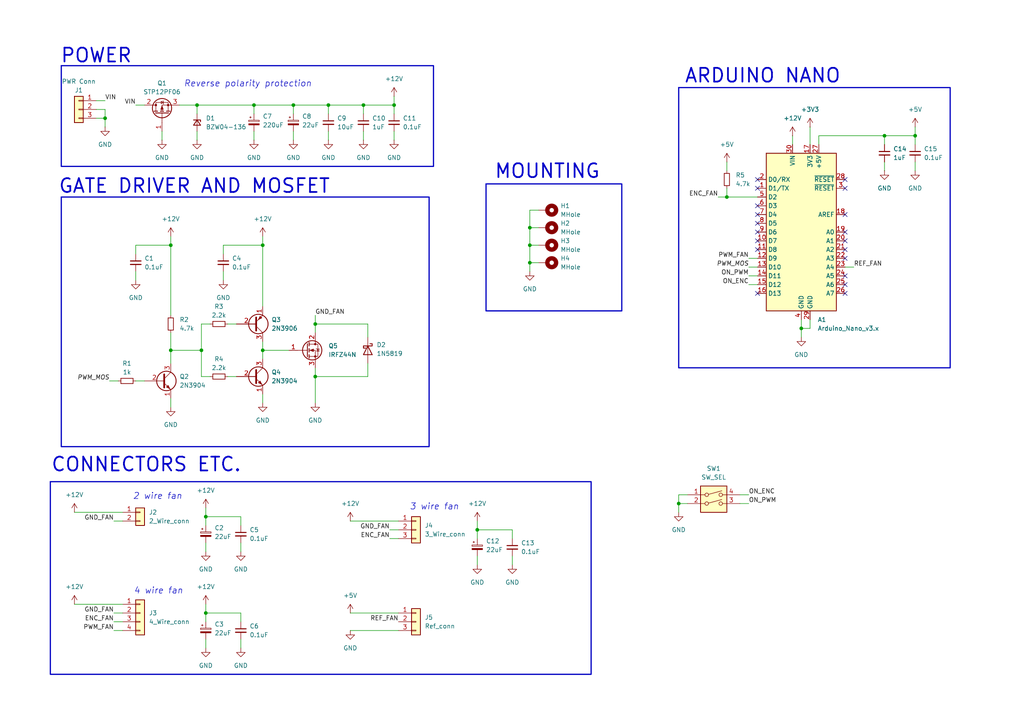
<source format=kicad_sch>
(kicad_sch (version 20231120) (generator "eeschema") (generator_version "8.0")
  (paper "A4")
  (lib_symbols
    (symbol "Connector_Generic:Conn_01x02" (pin_names (offset 1.016) hide)
      (property "Reference" "J" (at 0 2.54 0))
      (property "Value" "Conn_01x02" (at 0 -5.08 0))
      (symbol "Conn_01x02_1_1"
        (rectangle (start -1.27 -2.413) (end 0 -2.667) (stroke (width 0.1524)))
        (rectangle (start -1.27 0.127) (end 0 -0.127) (stroke (width 0.1524)))
        (rectangle (start -1.27 1.27) (end 1.27 -3.81) (stroke (width 0.254)) (fill (type background)))
        (pin passive line (at -5.08 0 0) (length 3.81) (name "Pin_1") (number "1"))
        (pin passive line (at -5.08 -2.54 0) (length 3.81) (name "Pin_2") (number "2"))
      )
    )
    (symbol "Connector_Generic:Conn_01x03" (pin_names (offset 1.016) hide)
      (property "Reference" "J" (at 0 5.08 0))
      (property "Value" "Conn_01x03" (at 0 -5.08 0))
      (symbol "Conn_01x03_1_1"
        (rectangle (start -1.27 -2.413) (end 0 -2.667) (stroke (width 0.1524)))
        (rectangle (start -1.27 0.127) (end 0 -0.127) (stroke (width 0.1524)))
        (rectangle (start -1.27 2.667) (end 0 2.413) (stroke (width 0.1524)))
        (rectangle (start -1.27 3.81) (end 1.27 -3.81) (stroke (width 0.254)) (fill (type background)))
        (pin passive line (at -5.08 2.54 0) (length 3.81) (name "Pin_1") (number "1"))
        (pin passive line (at -5.08 0 0) (length 3.81) (name "Pin_2") (number "2"))
        (pin passive line (at -5.08 -2.54 0) (length 3.81) (name "Pin_3") (number "3"))
      )
    )
    (symbol "Connector_Generic:Conn_01x04" (pin_names (offset 1.016) hide)
      (property "Reference" "J" (at 0 5.08 0))
      (property "Value" "Conn_01x04" (at 0 -7.62 0))
      (symbol "Conn_01x04_1_1"
        (rectangle (start -1.27 -4.953) (end 0 -5.207) (stroke (width 0.1524)))
        (rectangle (start -1.27 -2.413) (end 0 -2.667) (stroke (width 0.1524)))
        (rectangle (start -1.27 0.127) (end 0 -0.127) (stroke (width 0.1524)))
        (rectangle (start -1.27 2.667) (end 0 2.413) (stroke (width 0.1524)))
        (rectangle (start -1.27 3.81) (end 1.27 -6.35) (stroke (width 0.254)) (fill (type background)))
        (pin passive line (at -5.08 2.54 0) (length 3.81) (name "Pin_1") (number "1"))
        (pin passive line (at -5.08 0 0) (length 3.81) (name "Pin_2") (number "2"))
        (pin passive line (at -5.08 -2.54 0) (length 3.81) (name "Pin_3") (number "3"))
        (pin passive line (at -5.08 -5.08 0) (length 3.81) (name "Pin_4") (number "4"))
      )
    )
    (symbol "Device:C_Polarized_Small" (pin_numbers hide) (pin_names (offset 0.254) hide)
      (property "Reference" "C" (at 0.254 1.778 0))
      (property "Value" "C_Polarized_Small" (at 0.254 -2.032 0))
      (symbol "C_Polarized_Small_0_1"
        (rectangle (start -1.524 -0.3048) (end 1.524 -0.6858) (fill (type outline)))
        (rectangle (start -1.524 0.6858) (end 1.524 0.3048))
        (polyline (pts (xy -1.27 1.524) (xy -0.762 1.524)))
        (polyline (pts (xy -1.016 1.27) (xy -1.016 1.778)))
      )
      (symbol "C_Polarized_Small_1_1"
        (pin passive line (at 0 2.54 270) (length 1.8542) (name "~") (number "1"))
        (pin passive line (at 0 -2.54 90) (length 1.8542) (name "~") (number "2"))
      )
    )
    (symbol "Device:C_Small" (pin_numbers hide) (pin_names (offset 0.254) hide)
      (property "Reference" "C" (at 0.254 1.778 0))
      (property "Value" "C_Small" (at 0.254 -2.032 0))
      (symbol "C_Small_0_1"
        (polyline (pts (xy -1.524 -0.508) (xy 1.524 -0.508)) (stroke (width 0.3302)))
        (polyline (pts (xy -1.524 0.508) (xy 1.524 0.508)) (stroke (width 0.3048)))
      )
      (symbol "C_Small_1_1"
        (pin passive line (at 0 2.54 270) (length 2.032) (name "~") (number "1"))
        (pin passive line (at 0 -2.54 90) (length 2.032) (name "~") (number "2"))
      )
    )
    (symbol "Device:D_Zener_Small" (pin_numbers hide) (pin_names (offset 0.254) hide)
      (property "Reference" "D" (at 0 2.286 0))
      (property "Value" "D_Zener_Small" (at 0 -2.286 0))
      (symbol "D_Zener_Small_0_1"
        (polyline (pts (xy 0.762 0) (xy -0.762 0)))
        (polyline (pts (xy -0.254 1.016) (xy -0.762 1.016) (xy -0.762 -1.016)) (stroke (width 0.254)))
        (polyline (pts (xy 0.762 1.016) (xy -0.762 0) (xy 0.762 -1.016) (xy 0.762 1.016)) (stroke (width 0.254)))
      )
      (symbol "D_Zener_Small_1_1"
        (pin passive line (at -2.54 0 0) (length 1.778) (name "K") (number "1"))
        (pin passive line (at 2.54 0 180) (length 1.778) (name "A") (number "2"))
      )
    )
    (symbol "Device:Q_NMOS_GDS" (pin_names (offset 0) hide)
      (property "Reference" "Q" (at 5.08 1.27 0))
      (property "Value" "Q_NMOS_GDS" (at 5.08 -1.27 0))
      (symbol "Q_NMOS_GDS_0_1"
        (polyline (pts (xy 0.254 0) (xy -2.54 0)))
        (polyline (pts (xy 0.254 1.905) (xy 0.254 -1.905)) (stroke (width 0.254)))
        (polyline (pts (xy 0.762 -1.27) (xy 0.762 -2.286)) (stroke (width 0.254)))
        (polyline (pts (xy 0.762 0.508) (xy 0.762 -0.508)) (stroke (width 0.254)))
        (polyline (pts (xy 0.762 2.286) (xy 0.762 1.27)) (stroke (width 0.254)))
        (polyline (pts (xy 2.54 2.54) (xy 2.54 1.778)))
        (polyline (pts (xy 2.54 -2.54) (xy 2.54 0) (xy 0.762 0)))
        (polyline (pts (xy 0.762 -1.778) (xy 3.302 -1.778) (xy 3.302 1.778) (xy 0.762 1.778)))
        (polyline (pts (xy 1.016 0) (xy 2.032 0.381) (xy 2.032 -0.381) (xy 1.016 0)) (fill (type outline)))
        (polyline (pts (xy 2.794 0.508) (xy 2.921 0.381) (xy 3.683 0.381) (xy 3.81 0.254)))
        (polyline (pts (xy 3.302 0.381) (xy 2.921 -0.254) (xy 3.683 -0.254) (xy 3.302 0.381)))
        (circle (center 1.651 0) (radius 2.794) (stroke (width 0.254)))
        (circle (center 2.54 -1.778) (radius 0.254) (fill (type outline)))
        (circle (center 2.54 1.778) (radius 0.254) (fill (type outline)))
      )
      (symbol "Q_NMOS_GDS_1_1"
        (pin input line (at -5.08 0 0) (length 2.54) (name "G") (number "1"))
        (pin passive line (at 2.54 5.08 270) (length 2.54) (name "D") (number "2"))
        (pin passive line (at 2.54 -5.08 90) (length 2.54) (name "S") (number "3"))
      )
    )
    (symbol "Device:Q_PMOS_GDS" (pin_names (offset 0) hide)
      (property "Reference" "Q" (at 5.08 1.27 0))
      (property "Value" "Q_PMOS_GDS" (at 5.08 -1.27 0))
      (symbol "Q_PMOS_GDS_0_1"
        (polyline (pts (xy 0.254 0) (xy -2.54 0)))
        (polyline (pts (xy 0.254 1.905) (xy 0.254 -1.905)) (stroke (width 0.254)))
        (polyline (pts (xy 0.762 -1.27) (xy 0.762 -2.286)) (stroke (width 0.254)))
        (polyline (pts (xy 0.762 0.508) (xy 0.762 -0.508)) (stroke (width 0.254)))
        (polyline (pts (xy 0.762 2.286) (xy 0.762 1.27)) (stroke (width 0.254)))
        (polyline (pts (xy 2.54 2.54) (xy 2.54 1.778)))
        (polyline (pts (xy 2.54 -2.54) (xy 2.54 0) (xy 0.762 0)))
        (polyline (pts (xy 0.762 1.778) (xy 3.302 1.778) (xy 3.302 -1.778) (xy 0.762 -1.778)))
        (polyline (pts (xy 2.286 0) (xy 1.27 0.381) (xy 1.27 -0.381) (xy 2.286 0)) (fill (type outline)))
        (polyline (pts (xy 2.794 -0.508) (xy 2.921 -0.381) (xy 3.683 -0.381) (xy 3.81 -0.254)))
        (polyline (pts (xy 3.302 -0.381) (xy 2.921 0.254) (xy 3.683 0.254) (xy 3.302 -0.381)))
        (circle (center 1.651 0) (radius 2.794) (stroke (width 0.254)))
        (circle (center 2.54 -1.778) (radius 0.254) (fill (type outline)))
        (circle (center 2.54 1.778) (radius 0.254) (fill (type outline)))
      )
      (symbol "Q_PMOS_GDS_1_1"
        (pin input line (at -5.08 0 0) (length 2.54) (name "G") (number "1"))
        (pin passive line (at 2.54 5.08 270) (length 2.54) (name "D") (number "2"))
        (pin passive line (at 2.54 -5.08 90) (length 2.54) (name "S") (number "3"))
      )
    )
    (symbol "Device:R_Small" (pin_numbers hide) (pin_names (offset 0.254) hide)
      (property "Reference" "R" (at 0.762 0.508 0))
      (property "Value" "R_Small" (at 0.762 -1.016 0))
      (symbol "R_Small_0_1"
        (rectangle (start -0.762 1.778) (end 0.762 -1.778) (stroke (width 0.2032)))
      )
      (symbol "R_Small_1_1"
        (pin passive line (at 0 2.54 270) (length 0.762) (name "~") (number "1"))
        (pin passive line (at 0 -2.54 90) (length 0.762) (name "~") (number "2"))
      )
    )
    (symbol "Diode:1N5819" (pin_numbers hide) (pin_names (offset 1.016) hide)
      (property "Reference" "D" (at 0 2.54 0))
      (property "Value" "1N5819" (at 0 -2.54 0))
      (symbol "1N5819_0_1"
        (polyline (pts (xy 1.27 0) (xy -1.27 0)))
        (polyline (pts (xy 1.27 1.27) (xy 1.27 -1.27) (xy -1.27 0) (xy 1.27 1.27)) (stroke (width 0.254)))
        (polyline (pts (xy -1.905 0.635) (xy -1.905 1.27) (xy -1.27 1.27) (xy -1.27 -1.27) (xy -0.635 -1.27) (xy -0.635 -0.635)) (stroke (width 0.254)))
      )
      (symbol "1N5819_1_1"
        (pin passive line (at -3.81 0 0) (length 2.54) (name "K") (number "1"))
        (pin passive line (at 3.81 0 180) (length 2.54) (name "A") (number "2"))
      )
    )
    (symbol "MCU_Module:Arduino_Nano_v3.x"
      (property "Reference" "A" (at -10.16 23.495 0))
      (property "Value" "Arduino_Nano_v3.x" (at 5.08 -24.13 0))
      (symbol "Arduino_Nano_v3.x_0_1"
        (rectangle (start -10.16 22.86) (end 10.16 -22.86) (stroke (width 0.254)) (fill (type background)))
      )
      (symbol "Arduino_Nano_v3.x_1_1"
        (pin bidirectional line (at -12.7 12.7 0) (length 2.54) (name "D1/TX") (number "1"))
        (pin bidirectional line (at -12.7 -2.54 0) (length 2.54) (name "D7") (number "10"))
        (pin bidirectional line (at -12.7 -5.08 0) (length 2.54) (name "D8") (number "11"))
        (pin bidirectional line (at -12.7 -7.62 0) (length 2.54) (name "D9") (number "12"))
        (pin bidirectional line (at -12.7 -10.16 0) (length 2.54) (name "D10") (number "13"))
        (pin bidirectional line (at -12.7 -12.7 0) (length 2.54) (name "D11") (number "14"))
        (pin bidirectional line (at -12.7 -15.24 0) (length 2.54) (name "D12") (number "15"))
        (pin bidirectional line (at -12.7 -17.78 0) (length 2.54) (name "D13") (number "16"))
        (pin power_out line (at 2.54 25.4 270) (length 2.54) (name "3V3") (number "17"))
        (pin input line (at 12.7 5.08 180) (length 2.54) (name "AREF") (number "18"))
        (pin bidirectional line (at 12.7 0 180) (length 2.54) (name "A0") (number "19"))
        (pin bidirectional line (at -12.7 15.24 0) (length 2.54) (name "D0/RX") (number "2"))
        (pin bidirectional line (at 12.7 -2.54 180) (length 2.54) (name "A1") (number "20"))
        (pin bidirectional line (at 12.7 -5.08 180) (length 2.54) (name "A2") (number "21"))
        (pin bidirectional line (at 12.7 -7.62 180) (length 2.54) (name "A3") (number "22"))
        (pin bidirectional line (at 12.7 -10.16 180) (length 2.54) (name "A4") (number "23"))
        (pin bidirectional line (at 12.7 -12.7 180) (length 2.54) (name "A5") (number "24"))
        (pin bidirectional line (at 12.7 -15.24 180) (length 2.54) (name "A6") (number "25"))
        (pin bidirectional line (at 12.7 -17.78 180) (length 2.54) (name "A7") (number "26"))
        (pin power_out line (at 5.08 25.4 270) (length 2.54) (name "+5V") (number "27"))
        (pin input line (at 12.7 15.24 180) (length 2.54) (name "~{RESET}") (number "28"))
        (pin power_in line (at 2.54 -25.4 90) (length 2.54) (name "GND") (number "29"))
        (pin input line (at 12.7 12.7 180) (length 2.54) (name "~{RESET}") (number "3"))
        (pin power_in line (at -2.54 25.4 270) (length 2.54) (name "VIN") (number "30"))
        (pin power_in line (at 0 -25.4 90) (length 2.54) (name "GND") (number "4"))
        (pin bidirectional line (at -12.7 10.16 0) (length 2.54) (name "D2") (number "5"))
        (pin bidirectional line (at -12.7 7.62 0) (length 2.54) (name "D3") (number "6"))
        (pin bidirectional line (at -12.7 5.08 0) (length 2.54) (name "D4") (number "7"))
        (pin bidirectional line (at -12.7 2.54 0) (length 2.54) (name "D5") (number "8"))
        (pin bidirectional line (at -12.7 0 0) (length 2.54) (name "D6") (number "9"))
      )
    )
    (symbol "Mechanical:MountingHole_Pad" (pin_numbers hide) (pin_names (offset 1.016) hide) (exclude_from_sim yes) (in_bom no)
      (property "Reference" "H" (at 0 6.35 0))
      (property "Value" "MountingHole_Pad" (at 0 4.445 0))
      (symbol "MountingHole_Pad_0_1"
        (circle (center 0 1.27) (radius 1.27) (stroke (width 1.27)))
      )
      (symbol "MountingHole_Pad_1_1"
        (pin input line (at 0 -2.54 90) (length 2.54) (name "1") (number "1"))
      )
    )
    (symbol "Switch:SW_DIP_x02" (pin_names (offset 0) hide)
      (property "Reference" "SW" (at 0 6.35 0))
      (property "Value" "SW_DIP_x02" (at 0 -3.81 0))
      (symbol "SW_DIP_x02_0_0"
        (circle (center -2.032 0) (radius 0.508))
        (circle (center -2.032 2.54) (radius 0.508))
        (polyline (pts (xy -1.524 0.127) (xy 2.3622 1.1684)))
        (polyline (pts (xy -1.524 2.667) (xy 2.3622 3.7084)))
        (circle (center 2.032 0) (radius 0.508))
        (circle (center 2.032 2.54) (radius 0.508))
      )
      (symbol "SW_DIP_x02_0_1"
        (rectangle (start -3.81 5.08) (end 3.81 -2.54) (stroke (width 0.254)) (fill (type background)))
      )
      (symbol "SW_DIP_x02_1_1"
        (pin passive line (at -7.62 2.54 0) (length 5.08) (name "~") (number "1"))
        (pin passive line (at -7.62 0 0) (length 5.08) (name "~") (number "2"))
        (pin passive line (at 7.62 0 180) (length 5.08) (name "~") (number "3"))
        (pin passive line (at 7.62 2.54 180) (length 5.08) (name "~") (number "4"))
      )
    )
    (symbol "Transistor_BJT:2N3904" (pin_names (offset 0) hide)
      (property "Reference" "Q" (at 5.08 1.905 0))
      (property "Value" "2N3904" (at 5.08 0 0))
      (symbol "2N3904_0_1"
        (polyline (pts (xy 0.635 0.635) (xy 2.54 2.54)))
        (polyline (pts (xy 0.635 -0.635) (xy 2.54 -2.54) (xy 2.54 -2.54)))
        (polyline (pts (xy 0.635 1.905) (xy 0.635 -1.905) (xy 0.635 -1.905)) (stroke (width 0.508)))
        (polyline (pts (xy 1.27 -1.778) (xy 1.778 -1.27) (xy 2.286 -2.286) (xy 1.27 -1.778) (xy 1.27 -1.778)) (fill (type outline)))
        (circle (center 1.27 0) (radius 2.8194) (stroke (width 0.254)))
      )
      (symbol "2N3904_1_1"
        (pin passive line (at 2.54 -5.08 90) (length 2.54) (name "E") (number "1"))
        (pin passive line (at -5.08 0 0) (length 5.715) (name "B") (number "2"))
        (pin passive line (at 2.54 5.08 270) (length 2.54) (name "C") (number "3"))
      )
    )
    (symbol "Transistor_BJT:2N3906" (pin_names (offset 0) hide)
      (property "Reference" "Q" (at 5.08 1.905 0))
      (property "Value" "2N3906" (at 5.08 0 0))
      (symbol "2N3906_0_1"
        (polyline (pts (xy 0.635 0.635) (xy 2.54 2.54)))
        (polyline (pts (xy 0.635 -0.635) (xy 2.54 -2.54) (xy 2.54 -2.54)))
        (polyline (pts (xy 0.635 1.905) (xy 0.635 -1.905) (xy 0.635 -1.905)) (stroke (width 0.508)))
        (polyline (pts (xy 2.286 -1.778) (xy 1.778 -2.286) (xy 1.27 -1.27) (xy 2.286 -1.778) (xy 2.286 -1.778)) (fill (type outline)))
        (circle (center 1.27 0) (radius 2.8194) (stroke (width 0.254)))
      )
      (symbol "2N3906_1_1"
        (pin passive line (at 2.54 -5.08 90) (length 2.54) (name "E") (number "1"))
        (pin input line (at -5.08 0 0) (length 5.715) (name "B") (number "2"))
        (pin passive line (at 2.54 5.08 270) (length 2.54) (name "C") (number "3"))
      )
    )
    (symbol "power:+12V" (power) (pin_numbers hide) (pin_names (offset 0) hide)
      (property "Value" "+12V" (at 0 3.556 0))
      (symbol "+12V_0_1"
        (polyline (pts (xy -0.762 1.27) (xy 0 2.54)))
        (polyline (pts (xy 0 0) (xy 0 2.54)))
        (polyline (pts (xy 0 2.54) (xy 0.762 1.27)))
      )
      (symbol "+12V_1_1"
        (pin power_in line (at 0 0 90) (length 0) (name "~") (number "1"))
      )
    )
    (symbol "power:+3V3" (power) (pin_numbers hide) (pin_names (offset 0) hide)
      (property "Value" "+3V3" (at 0 3.556 0))
      (symbol "+3V3_0_1"
        (polyline (pts (xy -0.762 1.27) (xy 0 2.54)))
        (polyline (pts (xy 0 0) (xy 0 2.54)))
        (polyline (pts (xy 0 2.54) (xy 0.762 1.27)))
      )
      (symbol "+3V3_1_1"
        (pin power_in line (at 0 0 90) (length 0) (name "~") (number "1"))
      )
    )
    (symbol "power:+5V" (power) (pin_numbers hide) (pin_names (offset 0) hide)
      (property "Value" "+5V" (at 0 3.556 0))
      (symbol "+5V_0_1"
        (polyline (pts (xy -0.762 1.27) (xy 0 2.54)))
        (polyline (pts (xy 0 0) (xy 0 2.54)))
        (polyline (pts (xy 0 2.54) (xy 0.762 1.27)))
      )
      (symbol "+5V_1_1"
        (pin power_in line (at 0 0 90) (length 0) (name "~") (number "1"))
      )
    )
    (symbol "power:GND" (power) (pin_numbers hide) (pin_names (offset 0) hide)
      (property "Value" "GND" (at 0 -3.81 0))
      (symbol "GND_0_1"
        (polyline (pts (xy 0 0) (xy 0 -1.27) (xy 1.27 -1.27) (xy 0 -2.54) (xy -1.27 -1.27) (xy 0 -1.27)))
      )
      (symbol "GND_1_1"
        (pin power_in line (at 0 0 270) (length 0) (name "~") (number "1"))
      )
    )
  )
  (junction (at 30.48 34.29))
  (junction (at 49.53 71.12))
  (junction (at 59.69 149.86))
  (junction (at 85.09 30.48))
  (junction (at 73.66 30.48))
  (junction (at 91.44 109.22))
  (junction (at 49.53 101.6))
  (junction (at 58.42 101.6))
  (junction (at 153.67 76.2))
  (junction (at 210.82 57.15))
  (junction (at 95.25 30.48))
  (junction (at 91.44 93.98))
  (junction (at 105.41 30.48))
  (junction (at 59.69 177.8))
  (junction (at 265.43 39.37))
  (junction (at 114.3 30.48))
  (junction (at 256.54 39.37))
  (junction (at 153.67 66.04))
  (junction (at 153.67 71.12))
  (junction (at 232.41 95.25))
  (junction (at 138.43 153.67))
  (junction (at 76.2 71.12))
  (junction (at 76.2 101.6))
  (junction (at 196.85 146.05))
  (junction (at 57.15 30.48))
  (no_connect (at 245.11 67.31))
  (no_connect (at 245.11 72.39))
  (no_connect (at 245.11 52.07))
  (no_connect (at 219.71 85.09))
  (no_connect (at 245.11 80.01))
  (no_connect (at 245.11 69.85))
  (no_connect (at 219.71 59.69))
  (no_connect (at 245.11 74.93))
  (no_connect (at 219.71 52.07))
  (no_connect (at 245.11 85.09))
  (no_connect (at 245.11 54.61))
  (no_connect (at 219.71 69.85))
  (no_connect (at 245.11 62.23))
  (no_connect (at 219.71 64.77))
  (no_connect (at 245.11 82.55))
  (no_connect (at 219.71 67.31))
  (no_connect (at 219.71 54.61))
  (no_connect (at 219.71 72.39))
  (no_connect (at 219.71 62.23))
  (wire (pts (xy 49.53 115.57) (xy 49.53 118.11)))
  (wire (pts (xy 106.68 105.41) (xy 106.68 109.22)))
  (wire (pts (xy 234.95 92.71) (xy 234.95 95.25)))
  (wire (pts (xy 214.63 146.05) (xy 217.17 146.05)))
  (wire (pts (xy 66.04 93.98) (xy 68.58 93.98)))
  (wire (pts (xy 57.15 30.48) (xy 73.66 30.48)))
  (wire (pts (xy 85.09 30.48) (xy 95.25 30.48)))
  (wire (pts (xy 30.48 31.75) (xy 30.48 34.29)))
  (wire (pts (xy 27.94 29.21) (xy 30.48 29.21)))
  (wire (pts (xy 58.42 101.6) (xy 58.42 109.22)))
  (wire (pts (xy 52.07 30.48) (xy 57.15 30.48)))
  (wire (pts (xy 59.69 177.8) (xy 59.69 180.34)))
  (wire (pts (xy 64.77 78.74) (xy 64.77 81.28)))
  (wire (pts (xy 113.03 156.21) (xy 115.57 156.21)))
  (wire (pts (xy 265.43 39.37) (xy 265.43 41.91)))
  (wire (pts (xy 153.67 76.2) (xy 156.21 76.2)))
  (wire (pts (xy 85.09 30.48) (xy 85.09 33.02)))
  (wire (pts (xy 196.85 146.05) (xy 199.39 146.05)))
  (wire (pts (xy 105.41 30.48) (xy 105.41 33.02)))
  (wire (pts (xy 76.2 99.06) (xy 76.2 101.6)))
  (wire (pts (xy 21.59 148.59) (xy 35.56 148.59)))
  (wire (pts (xy 153.67 71.12) (xy 153.67 76.2)))
  (wire (pts (xy 208.28 57.15) (xy 210.82 57.15)))
  (wire (pts (xy 60.96 93.98) (xy 58.42 93.98)))
  (wire (pts (xy 101.6 182.88) (xy 115.57 182.88)))
  (wire (pts (xy 76.2 101.6) (xy 76.2 104.14)))
  (wire (pts (xy 39.37 30.48) (xy 41.91 30.48)))
  (wire (pts (xy 39.37 78.74) (xy 39.37 81.28)))
  (wire (pts (xy 210.82 54.61) (xy 210.82 57.15)))
  (wire (pts (xy 76.2 71.12) (xy 76.2 88.9)))
  (wire (pts (xy 153.67 66.04) (xy 153.67 71.12)))
  (wire (pts (xy 33.02 180.34) (xy 35.56 180.34)))
  (wire (pts (xy 73.66 33.02) (xy 73.66 30.48)))
  (wire (pts (xy 234.95 95.25) (xy 232.41 95.25)))
  (wire (pts (xy 219.71 57.15) (xy 210.82 57.15)))
  (wire (pts (xy 199.39 143.51) (xy 196.85 143.51)))
  (wire (pts (xy 73.66 30.48) (xy 85.09 30.48)))
  (wire (pts (xy 219.71 80.01) (xy 217.17 80.01)))
  (wire (pts (xy 95.25 30.48) (xy 105.41 30.48)))
  (wire (pts (xy 138.43 153.67) (xy 148.59 153.67)))
  (wire (pts (xy 217.17 77.47) (xy 219.71 77.47)))
  (wire (pts (xy 57.15 38.1) (xy 57.15 40.64)))
  (wire (pts (xy 95.25 30.48) (xy 95.25 33.02)))
  (wire (pts (xy 49.53 101.6) (xy 58.42 101.6)))
  (wire (pts (xy 60.96 109.22) (xy 58.42 109.22)))
  (wire (pts (xy 31.75 110.49) (xy 34.29 110.49)))
  (wire (pts (xy 30.48 34.29) (xy 27.94 34.29)))
  (wire (pts (xy 101.6 151.13) (xy 115.57 151.13)))
  (wire (pts (xy 156.21 60.96) (xy 153.67 60.96)))
  (wire (pts (xy 30.48 36.83) (xy 30.48 34.29)))
  (wire (pts (xy 69.85 152.4) (xy 69.85 149.86)))
  (wire (pts (xy 33.02 182.88) (xy 35.56 182.88)))
  (wire (pts (xy 57.15 30.48) (xy 57.15 33.02)))
  (wire (pts (xy 114.3 38.1) (xy 114.3 40.64)))
  (wire (pts (xy 106.68 93.98) (xy 91.44 93.98)))
  (wire (pts (xy 85.09 38.1) (xy 85.09 40.64)))
  (wire (pts (xy 138.43 161.29) (xy 138.43 163.83)))
  (wire (pts (xy 59.69 175.26) (xy 59.69 177.8)))
  (wire (pts (xy 33.02 151.13) (xy 35.56 151.13)))
  (wire (pts (xy 114.3 27.94) (xy 114.3 30.48)))
  (wire (pts (xy 39.37 71.12) (xy 49.53 71.12)))
  (wire (pts (xy 229.87 39.37) (xy 229.87 41.91)))
  (wire (pts (xy 91.44 109.22) (xy 91.44 116.84)))
  (wire (pts (xy 21.59 175.26) (xy 35.56 175.26)))
  (wire (pts (xy 59.69 147.32) (xy 59.69 149.86)))
  (wire (pts (xy 33.02 177.8) (xy 35.56 177.8)))
  (wire (pts (xy 237.49 39.37) (xy 256.54 39.37)))
  (wire (pts (xy 113.03 153.67) (xy 115.57 153.67)))
  (wire (pts (xy 106.68 93.98) (xy 106.68 97.79)))
  (wire (pts (xy 39.37 73.66) (xy 39.37 71.12)))
  (wire (pts (xy 256.54 46.99) (xy 256.54 49.53)))
  (wire (pts (xy 232.41 95.25) (xy 232.41 97.79)))
  (wire (pts (xy 153.67 76.2) (xy 153.67 78.74)))
  (wire (pts (xy 156.21 66.04) (xy 153.67 66.04)))
  (wire (pts (xy 256.54 39.37) (xy 265.43 39.37)))
  (wire (pts (xy 196.85 148.59) (xy 196.85 146.05)))
  (wire (pts (xy 265.43 36.83) (xy 265.43 39.37)))
  (wire (pts (xy 46.99 38.1) (xy 46.99 40.64)))
  (wire (pts (xy 210.82 46.99) (xy 210.82 49.53)))
  (wire (pts (xy 237.49 39.37) (xy 237.49 41.91)))
  (wire (pts (xy 105.41 38.1) (xy 105.41 40.64)))
  (wire (pts (xy 91.44 109.22) (xy 106.68 109.22)))
  (wire (pts (xy 39.37 110.49) (xy 41.91 110.49)))
  (wire (pts (xy 69.85 185.42) (xy 69.85 187.96)))
  (wire (pts (xy 59.69 185.42) (xy 59.69 187.96)))
  (wire (pts (xy 76.2 101.6) (xy 83.82 101.6)))
  (wire (pts (xy 234.95 36.83) (xy 234.95 41.91)))
  (wire (pts (xy 49.53 68.58) (xy 49.53 71.12)))
  (wire (pts (xy 219.71 82.55) (xy 217.17 82.55)))
  (wire (pts (xy 66.04 109.22) (xy 68.58 109.22)))
  (wire (pts (xy 138.43 153.67) (xy 138.43 156.21)))
  (wire (pts (xy 265.43 46.99) (xy 265.43 49.53)))
  (wire (pts (xy 114.3 30.48) (xy 114.3 33.02)))
  (wire (pts (xy 156.21 71.12) (xy 153.67 71.12)))
  (wire (pts (xy 232.41 92.71) (xy 232.41 95.25)))
  (wire (pts (xy 59.69 177.8) (xy 69.85 177.8)))
  (wire (pts (xy 76.2 71.12) (xy 64.77 71.12)))
  (wire (pts (xy 27.94 31.75) (xy 30.48 31.75)))
  (wire (pts (xy 76.2 68.58) (xy 76.2 71.12)))
  (wire (pts (xy 245.11 77.47) (xy 247.65 77.47)))
  (wire (pts (xy 153.67 60.96) (xy 153.67 66.04)))
  (wire (pts (xy 196.85 143.51) (xy 196.85 146.05)))
  (wire (pts (xy 49.53 71.12) (xy 49.53 91.44)))
  (wire (pts (xy 105.41 30.48) (xy 114.3 30.48)))
  (wire (pts (xy 73.66 38.1) (xy 73.66 40.64)))
  (wire (pts (xy 76.2 114.3) (xy 76.2 116.84)))
  (wire (pts (xy 101.6 177.8) (xy 115.57 177.8)))
  (wire (pts (xy 95.25 38.1) (xy 95.25 40.64)))
  (wire (pts (xy 59.69 149.86) (xy 59.69 152.4)))
  (wire (pts (xy 59.69 157.48) (xy 59.69 160.02)))
  (wire (pts (xy 256.54 39.37) (xy 256.54 41.91)))
  (wire (pts (xy 49.53 101.6) (xy 49.53 105.41)))
  (wire (pts (xy 214.63 143.51) (xy 217.17 143.51)))
  (wire (pts (xy 148.59 161.29) (xy 148.59 163.83)))
  (wire (pts (xy 49.53 96.52) (xy 49.53 101.6)))
  (wire (pts (xy 91.44 93.98) (xy 91.44 96.52)))
  (wire (pts (xy 58.42 93.98) (xy 58.42 101.6)))
  (wire (pts (xy 69.85 180.34) (xy 69.85 177.8)))
  (wire (pts (xy 59.69 149.86) (xy 69.85 149.86)))
  (wire (pts (xy 69.85 157.48) (xy 69.85 160.02)))
  (wire (pts (xy 91.44 91.44) (xy 91.44 93.98)))
  (wire (pts (xy 91.44 106.68) (xy 91.44 109.22)))
  (wire (pts (xy 217.17 74.93) (xy 219.71 74.93)))
  (wire (pts (xy 148.59 156.21) (xy 148.59 153.67)))
  (wire (pts (xy 138.43 151.13) (xy 138.43 153.67)))
  (wire (pts (xy 64.77 71.12) (xy 64.77 73.66)))
  (rectangle (start 17.78 19.05) (end 125.73 48.26) (stroke (width 0.35)))
  (rectangle (start 14.605 139.7) (end 171.45 195.58) (stroke (width 0.35)))
  (rectangle (start 196.85 25.4) (end 275.59 106.68) (stroke (width 0.35)))
  (rectangle (start 140.97 53.34) (end 180.34 90.17) (stroke (width 0.35)))
  (rectangle (start 17.78 57.15) (end 124.46 129.54) (stroke (width 0.35)))
  (text "4 wire fan" (at 45.974 171.45 0) (effects (font (size 1.8 1.8) (italic yes))))
  (text "CONNECTORS ETC." (at 42.418 134.874 0) (effects (font (size 4 4) (thickness 0.5))))
  (text "3 wire fan" (at 125.984 147.066 0) (effects (font (size 1.8 1.8) (italic yes))))
  (text "2 wire fan" (at 45.72 144.018 0) (effects (font (size 1.8 1.8) (italic yes))))
  (text "ARDUINO NANO" (at 221.234 22.098 0) (effects (font (size 4 4) (thickness 0.5))))
  (text "POWER" (at 27.94 16.256 0) (effects (font (size 4 4) (thickness 0.5))))
  (text "GATE DRIVER AND MOSFET" (at 56.388 54.102 0) (effects (font (size 4 4) (thickness 0.5))))
  (text "MOUNTING" (at 158.75 49.784 0) (effects (font (size 4 4) (thickness 0.5))))
  (text "Reverse polarity protection" (at 71.882 24.384 0) (effects (font (size 1.8 1.8) (italic yes))))
  (label "ENC_FAN" (at 33.02 180.34 180))
  (label "ON_PWM" (at 217.17 80.01 180))
  (label "VIN" (at 30.48 29.21 0))
  (label "VIN" (at 39.37 30.48 180))
  (label "REF_FAN" (at 247.65 77.47 0))
  (label "ON_PWM" (at 217.17 146.05 0))
  (label "PWM_FAN" (at 33.02 182.88 180))
  (label "ON_ENC" (at 217.17 82.55 180))
  (label "ENC_FAN" (at 208.28 57.15 180))
  (label "ON_ENC" (at 217.17 143.51 0))
  (label "GND_FAN" (at 33.02 151.13 180))
  (label "GND_FAN" (at 91.44 91.44 0))
  (label "PWM_MOS" (at 217.17 77.47 180) (effects (font (italic yes))))
  (label "PWM_MOS" (at 31.75 110.49 180) (effects (font (italic yes))))
  (label "GND_FAN" (at 33.02 177.8 180))
  (label "GND_FAN" (at 113.03 153.67 180))
  (label "REF_FAN" (at 115.57 180.34 180))
  (label "ENC_FAN" (at 113.03 156.21 180))
  (label "PWM_FAN" (at 217.17 74.93 180))
  (symbol (lib_id "power:GND") (at 95.25 40.64 0) (unit 1)
    (property "Reference" "#PWR021" (effects (hide yes)))
    (property "Value" "GND" (at 95.25 45.72 0))
    (property "Description" "Power symbol creates a global label with name \"GND\" , ground" (effects (hide yes)))
  )
  (symbol (lib_id "power:GND") (at 46.99 40.64 0) (unit 1)
    (property "Reference" "#PWR05" (effects (hide yes)))
    (property "Value" "GND" (at 46.99 45.72 0))
    (property "Description" "Power symbol creates a global label with name \"GND\" , ground" (effects (hide yes)))
  )
  (symbol (lib_id "power:GND") (at 57.15 40.64 0) (unit 1)
    (property "Reference" "#PWR08" (effects (hide yes)))
    (property "Value" "GND" (at 57.15 45.72 0))
    (property "Description" "Power symbol creates a global label with name \"GND\" , ground" (effects (hide yes)))
  )
  (symbol (lib_id "Device:C_Small") (at 256.54 44.45 0) (unit 1)
    (property "Reference" "C14" (at 259.08 43.1862 0) (effects (justify left)))
    (property "Value" "1uF" (at 259.08 45.7262 0) (effects (justify left)))
    (property "Footprint" "Capacitor_THT:C_Disc_D5.0mm_W2.5mm_P5.00mm" (effects (hide yes)))
    (property "Description" "Unpolarized capacitor, small symbol" (effects (hide yes)))
  )
  (symbol (lib_id "Device:C_Small") (at 64.77 76.2 0) (unit 1)
    (property "Reference" "C4" (at 67.31 74.9362 0) (effects (justify left)))
    (property "Value" "0.1uF" (at 67.31 77.4762 0) (effects (justify left)))
    (property "Footprint" "Capacitor_THT:C_Disc_D5.0mm_W2.5mm_P5.00mm" (effects (hide yes)))
    (property "Description" "Unpolarized capacitor, small symbol" (effects (hide yes)))
  )
  (symbol (lib_id "Mechanical:MountingHole_Pad") (at 158.75 71.12 270) (unit 1) (exclude_from_sim yes) (in_bom no)
    (property "Reference" "H3" (at 162.56 69.8499 90) (effects (justify left)))
    (property "Value" "MHole" (at 162.56 72.3899 90) (effects (justify left)))
    (property "Footprint" "MountingHole:MountingHole_3.2mm_M3_Pad_Via" (effects (hide yes)))
    (property "Description" "Mounting Hole with connection" (effects (hide yes)))
  )
  (symbol (lib_id "power:GND") (at 91.44 116.84 0) (unit 1)
    (property "Reference" "#PWR020" (effects (hide yes)))
    (property "Value" "GND" (at 91.44 121.92 0))
    (property "Description" "Power symbol creates a global label with name \"GND\" , ground" (effects (hide yes)))
  )
  (symbol (lib_id "Transistor_BJT:2N3906") (at 73.66 93.98 0) (mirror x) (unit 1)
    (property "Reference" "Q3" (at 78.74 92.7099 0) (effects (justify left)))
    (property "Value" "2N3906" (at 78.74 95.2499 0) (effects (justify left)))
    (property "Footprint" "Package_TO_SOT_THT:TO-92_Inline" (effects (hide yes)))
    (property "Datasheet" "https://www.onsemi.com/pub/Collateral/2N3906-D.PDF" (effects (hide yes)))
    (property "Description" "-0.2A Ic, -40V Vce, Small Signal PNP Transistor, TO-92" (effects (hide yes)))
  )
  (symbol (lib_id "Device:R_Small") (at 210.82 52.07 0) (unit 1)
    (property "Reference" "R5" (at 213.36 50.7999 0) (effects (justify left)))
    (property "Value" "4.7k" (at 213.36 53.3399 0) (effects (justify left)))
    (property "Footprint" "Resistor_THT:R_Axial_DIN0207_L6.3mm_D2.5mm_P10.16mm_Horizontal" (effects (hide yes)))
    (property "Description" "Resistor, small symbol" (effects (hide yes)))
  )
  (symbol (lib_id "Device:Q_NMOS_GDS") (at 88.9 101.6 0) (unit 1)
    (property "Reference" "Q5" (at 95.25 100.3299 0) (effects (justify left)))
    (property "Value" "IRFZ44N" (at 95.25 102.8699 0) (effects (justify left)))
    (property "Footprint" "Package_TO_SOT_THT:TO-220-3_Vertical" (effects (hide yes)))
    (property "Description" "N-MOSFET transistor, gate/drain/source" (effects (hide yes)))
  )
  (symbol (lib_id "power:GND") (at 39.37 81.28 0) (unit 1)
    (property "Reference" "#PWR04" (effects (hide yes)))
    (property "Value" "GND" (at 39.37 86.36 0))
    (property "Description" "Power symbol creates a global label with name \"GND\" , ground" (effects (hide yes)))
  )
  (symbol (lib_id "power:GND") (at 59.69 187.96 0) (unit 1)
    (property "Reference" "#PWR012" (effects (hide yes)))
    (property "Value" "GND" (at 59.69 193.04 0))
    (property "Description" "Power symbol creates a global label with name \"GND\" , ground" (effects (hide yes)))
  )
  (symbol (lib_id "Diode:1N5819") (at 106.68 101.6 270) (unit 1)
    (property "Reference" "D2" (at 109.22 100.0124 90) (effects (justify left)))
    (property "Value" "1N5819" (at 109.22 102.5524 90) (effects (justify left)))
    (property "Footprint" "Diode_THT:D_DO-41_SOD81_P10.16mm_Horizontal" (effects (hide yes)))
    (property "Datasheet" "http://www.vishay.com/docs/88525/1n5817.pdf" (effects (hide yes)))
    (property "Description" "40V 1A Schottky Barrier Rectifier Diode, DO-41" (effects (hide yes)))
  )
  (symbol (lib_id "power:+5V") (at 101.6 177.8 0) (unit 1)
    (property "Reference" "#PWR023" (effects (hide yes)))
    (property "Value" "+5V" (at 101.6 172.72 0))
    (property "Description" "Power symbol creates a global label with name \"+5V\"" (effects (hide yes)))
  )
  (symbol (lib_id "Connector_Generic:Conn_01x02") (at 40.64 148.59 0) (unit 1)
    (property "Reference" "J2" (at 43.18 148.5899 0) (effects (justify left)))
    (property "Value" "2_Wire_conn" (at 43.18 151.1299 0) (effects (justify left)))
    (property "Footprint" "Connector_JST:JST_XH_B2B-XH-A_1x02_P2.50mm_Vertical" (effects (hide yes)))
    (property "Description" "Generic connector, single row, 01x02, script generated (kicad-library-utils/schlib/autogen/connector/)" (effects (hide yes)))
  )
  (symbol (lib_id "Mechanical:MountingHole_Pad") (at 158.75 76.2 270) (unit 1) (exclude_from_sim yes) (in_bom no)
    (property "Reference" "H4" (at 162.56 74.9299 90) (effects (justify left)))
    (property "Value" "MHole" (at 162.56 77.4699 90) (effects (justify left)))
    (property "Footprint" "MountingHole:MountingHole_3.2mm_M3_Pad_Via" (effects (hide yes)))
    (property "Description" "Mounting Hole with connection" (effects (hide yes)))
  )
  (symbol (lib_id "power:GND") (at 232.41 97.79 0) (unit 1)
    (property "Reference" "#PWR034" (effects (hide yes)))
    (property "Value" "GND" (at 232.41 102.87 0))
    (property "Description" "Power symbol creates a global label with name \"GND\" , ground" (effects (hide yes)))
  )
  (symbol (lib_id "power:GND") (at 69.85 160.02 0) (unit 1)
    (property "Reference" "#PWR014" (effects (hide yes)))
    (property "Value" "GND" (at 69.85 165.1 0))
    (property "Description" "Power symbol creates a global label with name \"GND\" , ground" (effects (hide yes)))
  )
  (symbol (lib_id "Device:R_Small") (at 49.53 93.98 0) (unit 1)
    (property "Reference" "R2" (at 52.07 92.7099 0) (effects (justify left)))
    (property "Value" "4.7k" (at 52.07 95.2499 0) (effects (justify left)))
    (property "Footprint" "Resistor_THT:R_Axial_DIN0207_L6.3mm_D2.5mm_P10.16mm_Horizontal" (effects (hide yes)))
    (property "Description" "Resistor, small symbol" (effects (hide yes)))
  )
  (symbol (lib_id "Mechanical:MountingHole_Pad") (at 158.75 66.04 270) (unit 1) (exclude_from_sim yes) (in_bom no)
    (property "Reference" "H2" (at 162.56 64.7699 90) (effects (justify left)))
    (property "Value" "MHole" (at 162.56 67.3099 90) (effects (justify left)))
    (property "Footprint" "MountingHole:MountingHole_3.2mm_M3_Pad_Via" (effects (hide yes)))
    (property "Description" "Mounting Hole with connection" (effects (hide yes)))
  )
  (symbol (lib_id "MCU_Module:Arduino_Nano_v3.x") (at 232.41 67.31 0) (unit 1)
    (property "Reference" "A1" (at 237.1441 92.71 0) (effects (justify left)))
    (property "Value" "Arduino_Nano_v3.x" (at 237.1441 95.25 0) (effects (justify left)))
    (property "Footprint" "Module:Arduino_Nano" (effects (hide yes)))
    (property "Datasheet" "http://www.mouser.com/pdfdocs/Gravitech_Arduino_Nano3_0.pdf" (effects (hide yes)))
    (property "Description" "Arduino Nano v3.x" (effects (hide yes)))
  )
  (symbol (lib_id "power:GND") (at 105.41 40.64 0) (unit 1)
    (property "Reference" "#PWR025" (effects (hide yes)))
    (property "Value" "GND" (at 105.41 45.72 0))
    (property "Description" "Power symbol creates a global label with name \"GND\" , ground" (effects (hide yes)))
  )
  (symbol (lib_id "Device:D_Zener_Small") (at 57.15 35.56 270) (unit 1)
    (property "Reference" "D1" (at 59.69 34.2899 90) (effects (justify left)))
    (property "Value" "BZW04-136" (at 59.69 36.8299 90) (effects (justify left)))
    (property "Footprint" "Diode_THT:D_DO-15_P10.16mm_Horizontal" (effects (hide yes)))
    (property "Description" "Zener diode, small symbol" (effects (hide yes)))
  )
  (symbol (lib_id "power:+12V") (at 76.2 68.58 0) (unit 1)
    (property "Reference" "#PWR017" (effects (hide yes)))
    (property "Value" "+12V" (at 76.2 63.5 0))
    (property "Description" "Power symbol creates a global label with name \"+12V\"" (effects (hide yes)))
  )
  (symbol (lib_id "power:GND") (at 85.09 40.64 0) (unit 1)
    (property "Reference" "#PWR019" (effects (hide yes)))
    (property "Value" "GND" (at 85.09 45.72 0))
    (property "Description" "Power symbol creates a global label with name \"GND\" , ground" (effects (hide yes)))
  )
  (symbol (lib_id "power:+12V") (at 49.53 68.58 0) (unit 1)
    (property "Reference" "#PWR06" (effects (hide yes)))
    (property "Value" "+12V" (at 49.53 63.5 0))
    (property "Description" "Power symbol creates a global label with name \"+12V\"" (effects (hide yes)))
  )
  (symbol (lib_id "power:+12V") (at 229.87 39.37 0) (unit 1)
    (property "Reference" "#PWR033" (effects (hide yes)))
    (property "Value" "+12V" (at 229.87 34.29 0))
    (property "Description" "Power symbol creates a global label with name \"+12V\"" (effects (hide yes)))
  )
  (symbol (lib_id "power:+12V") (at 59.69 147.32 0) (unit 1)
    (property "Reference" "#PWR09" (effects (hide yes)))
    (property "Value" "+12V" (at 59.69 142.24 0))
    (property "Description" "Power symbol creates a global label with name \"+12V\"" (effects (hide yes)))
  )
  (symbol (lib_id "power:GND") (at 49.53 118.11 0) (unit 1)
    (property "Reference" "#PWR07" (effects (hide yes)))
    (property "Value" "GND" (at 49.53 123.19 0))
    (property "Description" "Power symbol creates a global label with name \"GND\" , ground" (effects (hide yes)))
  )
  (symbol (lib_id "power:+5V") (at 210.82 46.99 0) (unit 1)
    (property "Reference" "#PWR032" (effects (hide yes)))
    (property "Value" "+5V" (at 210.82 41.91 0))
    (property "Description" "Power symbol creates a global label with name \"+5V\"" (effects (hide yes)))
  )
  (symbol (lib_id "Device:C_Small") (at 105.41 35.56 0) (unit 1)
    (property "Reference" "C10" (at 107.95 34.2962 0) (effects (justify left)))
    (property "Value" "1uF" (at 107.95 36.8362 0) (effects (justify left)))
    (property "Footprint" "Capacitor_THT:C_Disc_D5.0mm_W2.5mm_P5.00mm" (effects (hide yes)))
    (property "Description" "Unpolarized capacitor, small symbol" (effects (hide yes)))
  )
  (symbol (lib_id "Mechanical:MountingHole_Pad") (at 158.75 60.96 270) (unit 1) (exclude_from_sim yes) (in_bom no)
    (property "Reference" "H1" (at 162.56 59.6899 90) (effects (justify left)))
    (property "Value" "MHole" (at 162.56 62.2299 90) (effects (justify left)))
    (property "Footprint" "MountingHole:MountingHole_3.2mm_M3_Pad_Via" (effects (hide yes)))
    (property "Description" "Mounting Hole with connection" (effects (hide yes)))
  )
  (symbol (lib_id "power:+3V3") (at 234.95 36.83 0) (unit 1)
    (property "Reference" "#PWR035" (effects (hide yes)))
    (property "Value" "+3V3" (at 234.95 31.75 0))
    (property "Description" "Power symbol creates a global label with name \"+3V3\"" (effects (hide yes)))
  )
  (symbol (lib_id "power:+12V") (at 138.43 151.13 0) (unit 1)
    (property "Reference" "#PWR028" (effects (hide yes)))
    (property "Value" "+12V" (at 138.43 146.05 0))
    (property "Description" "Power symbol creates a global label with name \"+12V\"" (effects (hide yes)))
  )
  (symbol (lib_id "power:GND") (at 73.66 40.64 0) (unit 1)
    (property "Reference" "#PWR016" (effects (hide yes)))
    (property "Value" "GND" (at 73.66 45.72 0))
    (property "Description" "Power symbol creates a global label with name \"GND\" , ground" (effects (hide yes)))
  )
  (symbol (lib_id "power:GND") (at 148.59 163.83 0) (unit 1)
    (property "Reference" "#PWR030" (effects (hide yes)))
    (property "Value" "GND" (at 148.59 168.91 0))
    (property "Description" "Power symbol creates a global label with name \"GND\" , ground" (effects (hide yes)))
  )
  (symbol (lib_id "power:GND") (at 138.43 163.83 0) (unit 1)
    (property "Reference" "#PWR029" (effects (hide yes)))
    (property "Value" "GND" (at 138.43 168.91 0))
    (property "Description" "Power symbol creates a global label with name \"GND\" , ground" (effects (hide yes)))
  )
  (symbol (lib_id "Device:Q_PMOS_GDS") (at 46.99 33.02 90) (unit 1)
    (property "Reference" "Q1" (at 46.99 24.13 90))
    (property "Value" "STP12PF06" (at 46.99 26.67 90))
    (property "Footprint" "Package_TO_SOT_THT:TO-220-3_Vertical" (effects (hide yes)))
    (property "Description" "P-MOSFET transistor, gate/drain/source" (effects (hide yes)))
  )
  (symbol (lib_id "power:GND") (at 101.6 182.88 0) (unit 1)
    (property "Reference" "#PWR024" (effects (hide yes)))
    (property "Value" "GND" (at 101.6 187.96 0))
    (property "Description" "Power symbol creates a global label with name \"GND\" , ground" (effects (hide yes)))
  )
  (symbol (lib_id "Switch:SW_DIP_x02") (at 207.01 146.05 0) (unit 1)
    (property "Reference" "SW1" (at 207.01 135.89 0))
    (property "Value" "SW_SEL" (at 207.01 138.43 0))
    (property "Footprint" "Button_Switch_THT:SW_DIP_SPSTx02_Slide_6.7x6.64mm_W7.62mm_P2.54mm_LowProfile" (effects (hide yes)))
    (property "Description" "2x DIP Switch, Single Pole Single Throw (SPST) switch, small symbol" (effects (hide yes)))
  )
  (symbol (lib_id "power:+12V") (at 101.6 151.13 0) (unit 1)
    (property "Reference" "#PWR022" (effects (hide yes)))
    (property "Value" "+12V" (at 101.6 146.05 0))
    (property "Description" "Power symbol creates a global label with name \"+12V\"" (effects (hide yes)))
  )
  (symbol (lib_id "Device:C_Small") (at 114.3 35.56 0) (unit 1)
    (property "Reference" "C11" (at 116.84 34.2962 0) (effects (justify left)))
    (property "Value" "0.1uF" (at 116.84 36.8362 0) (effects (justify left)))
    (property "Footprint" "Capacitor_THT:C_Disc_D5.0mm_W2.5mm_P5.00mm" (effects (hide yes)))
    (property "Description" "Unpolarized capacitor, small symbol" (effects (hide yes)))
  )
  (symbol (lib_id "Device:C_Polarized_Small") (at 138.43 158.75 0) (unit 1)
    (property "Reference" "C12" (at 140.97 156.9338 0) (effects (justify left)))
    (property "Value" "22uF" (at 140.97 159.4738 0) (effects (justify left)))
    (property "Footprint" "Capacitor_THT:CP_Radial_D4.0mm_P2.00mm" (effects (hide yes)))
    (property "Description" "Polarized capacitor, small symbol" (effects (hide yes)))
  )
  (symbol (lib_id "Device:C_Polarized_Small") (at 59.69 154.94 0) (unit 1)
    (property "Reference" "C2" (at 62.23 153.1238 0) (effects (justify left)))
    (property "Value" "22uF" (at 62.23 155.6638 0) (effects (justify left)))
    (property "Footprint" "Capacitor_THT:CP_Radial_D4.0mm_P2.00mm" (effects (hide yes)))
    (property "Description" "Polarized capacitor, small symbol" (effects (hide yes)))
  )
  (symbol (lib_id "Device:C_Small") (at 148.59 158.75 0) (unit 1)
    (property "Reference" "C13" (at 151.13 157.4862 0) (effects (justify left)))
    (property "Value" "0.1uF" (at 151.13 160.0262 0) (effects (justify left)))
    (property "Footprint" "Capacitor_THT:C_Disc_D5.0mm_W2.5mm_P5.00mm" (effects (hide yes)))
    (property "Description" "Unpolarized capacitor, small symbol" (effects (hide yes)))
  )
  (symbol (lib_id "power:GND") (at 196.85 148.59 0) (unit 1)
    (property "Reference" "#PWR039" (effects (hide yes)))
    (property "Value" "GND" (at 196.85 153.67 0))
    (property "Description" "Power symbol creates a global label with name \"GND\" , ground" (effects (hide yes)))
  )
  (symbol (lib_id "power:GND") (at 69.85 187.96 0) (unit 1)
    (property "Reference" "#PWR015" (effects (hide yes)))
    (property "Value" "GND" (at 69.85 193.04 0))
    (property "Description" "Power symbol creates a global label with name \"GND\" , ground" (effects (hide yes)))
  )
  (symbol (lib_id "power:GND") (at 76.2 116.84 0) (unit 1)
    (property "Reference" "#PWR018" (effects (hide yes)))
    (property "Value" "GND" (at 76.2 121.92 0))
    (property "Description" "Power symbol creates a global label with name \"GND\" , ground" (effects (hide yes)))
  )
  (symbol (lib_id "Transistor_BJT:2N3904") (at 73.66 109.22 0) (unit 1)
    (property "Reference" "Q4" (at 78.74 107.9499 0) (effects (justify left)))
    (property "Value" "2N3904" (at 78.74 110.4899 0) (effects (justify left)))
    (property "Footprint" "Package_TO_SOT_THT:TO-92_Inline" (effects (hide yes)))
    (property "Datasheet" "https://www.onsemi.com/pub/Collateral/2N3903-D.PDF" (effects (hide yes)))
    (property "Description" "0.2A Ic, 40V Vce, Small Signal NPN Transistor, TO-92" (effects (hide yes)))
  )
  (symbol (lib_id "power:GND") (at 30.48 36.83 0) (unit 1)
    (property "Reference" "#PWR03" (effects (hide yes)))
    (property "Value" "GND" (at 30.48 41.91 0))
    (property "Description" "Power symbol creates a global label with name \"GND\" , ground" (effects (hide yes)))
  )
  (symbol (lib_id "Device:R_Small") (at 63.5 93.98 90) (unit 1)
    (property "Reference" "R3" (at 63.5 88.9 90))
    (property "Value" "2.2k" (at 63.5 91.44 90))
    (property "Footprint" "Resistor_THT:R_Axial_DIN0207_L6.3mm_D2.5mm_P10.16mm_Horizontal" (effects (hide yes)))
    (property "Description" "Resistor, small symbol" (effects (hide yes)))
  )
  (symbol (lib_id "power:+12V") (at 114.3 27.94 0) (unit 1)
    (property "Reference" "#PWR026" (effects (hide yes)))
    (property "Value" "+12V" (at 114.3 22.86 0))
    (property "Description" "Power symbol creates a global label with name \"+12V\"" (effects (hide yes)))
  )
  (symbol (lib_id "power:+12V") (at 21.59 148.59 0) (unit 1)
    (property "Reference" "#PWR01" (effects (hide yes)))
    (property "Value" "+12V" (at 21.59 143.51 0))
    (property "Description" "Power symbol creates a global label with name \"+12V\"" (effects (hide yes)))
  )
  (symbol (lib_id "power:+12V") (at 21.59 175.26 0) (unit 1)
    (property "Reference" "#PWR02" (effects (hide yes)))
    (property "Value" "+12V" (at 21.59 170.18 0))
    (property "Description" "Power symbol creates a global label with name \"+12V\"" (effects (hide yes)))
  )
  (symbol (lib_id "Device:R_Small") (at 36.83 110.49 90) (unit 1)
    (property "Reference" "R1" (at 36.83 105.41 90))
    (property "Value" "1k" (at 36.83 107.95 90))
    (property "Footprint" "Resistor_THT:R_Axial_DIN0207_L6.3mm_D2.5mm_P10.16mm_Horizontal" (effects (hide yes)))
    (property "Description" "Resistor, small symbol" (effects (hide yes)))
  )
  (symbol (lib_id "Device:C_Small") (at 69.85 154.94 0) (unit 1)
    (property "Reference" "C5" (at 72.39 153.6762 0) (effects (justify left)))
    (property "Value" "0.1uF" (at 72.39 156.2162 0) (effects (justify left)))
    (property "Footprint" "Capacitor_THT:C_Disc_D5.0mm_W2.5mm_P5.00mm" (effects (hide yes)))
    (property "Description" "Unpolarized capacitor, small symbol" (effects (hide yes)))
  )
  (symbol (lib_id "Connector_Generic:Conn_01x04") (at 40.64 177.8 0) (unit 1)
    (property "Reference" "J3" (at 43.18 177.7999 0) (effects (justify left)))
    (property "Value" "4_Wire_conn" (at 43.18 180.3399 0) (effects (justify left)))
    (property "Footprint" "Connector_JST:JST_XH_B4B-XH-A_1x04_P2.50mm_Vertical" (effects (hide yes)))
    (property "Description" "Generic connector, single row, 01x04, script generated (kicad-library-utils/schlib/autogen/connector/)" (effects (hide yes)))
  )
  (symbol (lib_id "power:GND") (at 265.43 49.53 0) (unit 1)
    (property "Reference" "#PWR038" (effects (hide yes)))
    (property "Value" "GND" (at 265.43 54.61 0))
    (property "Description" "Power symbol creates a global label with name \"GND\" , ground" (effects (hide yes)))
  )
  (symbol (lib_id "Device:C_Polarized_Small") (at 73.66 35.56 0) (unit 1)
    (property "Reference" "C7" (at 76.2 33.7438 0) (effects (justify left)))
    (property "Value" "220uF" (at 76.2 36.2838 0) (effects (justify left)))
    (property "Footprint" "Capacitor_THT:CP_Radial_D6.3mm_P2.50mm" (effects (hide yes)))
    (property "Description" "Polarized capacitor, small symbol" (effects (hide yes)))
  )
  (symbol (lib_id "power:GND") (at 114.3 40.64 0) (unit 1)
    (property "Reference" "#PWR027" (effects (hide yes)))
    (property "Value" "GND" (at 114.3 45.72 0))
    (property "Description" "Power symbol creates a global label with name \"GND\" , ground" (effects (hide yes)))
  )
  (symbol (lib_id "Device:C_Polarized_Small") (at 85.09 35.56 0) (unit 1)
    (property "Reference" "C8" (at 87.63 33.7438 0) (effects (justify left)))
    (property "Value" "22uF" (at 87.63 36.2838 0) (effects (justify left)))
    (property "Footprint" "Capacitor_THT:CP_Radial_D4.0mm_P2.00mm" (effects (hide yes)))
    (property "Description" "Polarized capacitor, small symbol" (effects (hide yes)))
  )
  (symbol (lib_id "Connector_Generic:Conn_01x03") (at 120.65 180.34 0) (unit 1)
    (property "Reference" "J5" (at 123.19 179.0699 0) (effects (justify left)))
    (property "Value" "Ref_conn" (at 123.19 181.6099 0) (effects (justify left)))
    (property "Footprint" "Connector_JST:JST_XH_B3B-XH-A_1x03_P2.50mm_Vertical" (effects (hide yes)))
    (property "Description" "Generic connector, single row, 01x03, script generated (kicad-library-utils/schlib/autogen/connector/)" (effects (hide yes)))
  )
  (symbol (lib_id "Connector_Generic:Conn_01x03") (at 120.65 153.67 0) (unit 1)
    (property "Reference" "J4" (at 123.19 152.3999 0) (effects (justify left)))
    (property "Value" "3_Wire_conn" (at 123.19 154.9399 0) (effects (justify left)))
    (property "Footprint" "Connector_JST:JST_XH_B3B-XH-A_1x03_P2.50mm_Vertical" (effects (hide yes)))
    (property "Description" "Generic connector, single row, 01x03, script generated (kicad-library-utils/schlib/autogen/connector/)" (effects (hide yes)))
  )
  (symbol (lib_id "Device:C_Small") (at 69.85 182.88 0) (unit 1)
    (property "Reference" "C6" (at 72.39 181.6162 0) (effects (justify left)))
    (property "Value" "0.1uF" (at 72.39 184.1562 0) (effects (justify left)))
    (property "Footprint" "Capacitor_THT:C_Disc_D5.0mm_W2.5mm_P5.00mm" (effects (hide yes)))
    (property "Description" "Unpolarized capacitor, small symbol" (effects (hide yes)))
  )
  (symbol (lib_id "Device:C_Small") (at 265.43 44.45 0) (unit 1)
    (property "Reference" "C15" (at 267.97 43.1862 0) (effects (justify left)))
    (property "Value" "0.1uF" (at 267.97 45.7262 0) (effects (justify left)))
    (property "Footprint" "Capacitor_THT:C_Disc_D5.0mm_W2.5mm_P5.00mm" (effects (hide yes)))
    (property "Description" "Unpolarized capacitor, small symbol" (effects (hide yes)))
  )
  (symbol (lib_id "power:+12V") (at 59.69 175.26 0) (unit 1)
    (property "Reference" "#PWR011" (effects (hide yes)))
    (property "Value" "+12V" (at 59.69 170.18 0))
    (property "Description" "Power symbol creates a global label with name \"+12V\"" (effects (hide yes)))
  )
  (symbol (lib_id "power:GND") (at 153.67 78.74 0) (unit 1)
    (property "Reference" "#PWR031" (effects (hide yes)))
    (property "Value" "GND" (at 153.67 83.82 0))
    (property "Description" "Power symbol creates a global label with name \"GND\" , ground" (effects (hide yes)))
  )
  (symbol (lib_id "Device:C_Polarized_Small") (at 59.69 182.88 0) (unit 1)
    (property "Reference" "C3" (at 62.23 181.0638 0) (effects (justify left)))
    (property "Value" "22uF" (at 62.23 183.6038 0) (effects (justify left)))
    (property "Footprint" "Capacitor_THT:CP_Radial_D4.0mm_P2.00mm" (effects (hide yes)))
    (property "Description" "Polarized capacitor, small symbol" (effects (hide yes)))
  )
  (symbol (lib_id "power:+5V") (at 265.43 36.83 0) (unit 1)
    (property "Reference" "#PWR037" (effects (hide yes)))
    (property "Value" "+5V" (at 265.43 31.75 0))
    (property "Description" "Power symbol creates a global label with name \"+5V\"" (effects (hide yes)))
  )
  (symbol (lib_id "Device:C_Small") (at 39.37 76.2 0) (unit 1)
    (property "Reference" "C1" (at 41.91 74.9362 0) (effects (justify left)))
    (property "Value" "0.1uF" (at 41.91 77.4762 0) (effects (justify left)))
    (property "Footprint" "Capacitor_THT:C_Disc_D5.0mm_W2.5mm_P5.00mm" (effects (hide yes)))
    (property "Description" "Unpolarized capacitor, small symbol" (effects (hide yes)))
  )
  (symbol (lib_id "power:GND") (at 59.69 160.02 0) (unit 1)
    (property "Reference" "#PWR010" (effects (hide yes)))
    (property "Value" "GND" (at 59.69 165.1 0))
    (property "Description" "Power symbol creates a global label with name \"GND\" , ground" (effects (hide yes)))
  )
  (symbol (lib_id "Device:C_Small") (at 95.25 35.56 0) (unit 1)
    (property "Reference" "C9" (at 97.79 34.2962 0) (effects (justify left)))
    (property "Value" "10uF" (at 97.79 36.8362 0) (effects (justify left)))
    (property "Footprint" "Capacitor_THT:C_Disc_D5.0mm_W2.5mm_P5.00mm" (effects (hide yes)))
    (property "Description" "Unpolarized capacitor, small symbol" (effects (hide yes)))
  )
  (symbol (lib_id "power:GND") (at 64.77 81.28 0) (unit 1)
    (property "Reference" "#PWR013" (effects (hide yes)))
    (property "Value" "GND" (at 64.77 86.36 0))
    (property "Description" "Power symbol creates a global label with name \"GND\" , ground" (effects (hide yes)))
  )
  (symbol (lib_id "Connector_Generic:Conn_01x03") (at 22.86 31.75 0) (mirror y) (unit 1)
    (property "Reference" "J1" (at 22.86 26.162 0))
    (property "Value" "PWR Conn" (at 22.86 23.622 0))
    (property "Footprint" "Connector_BarrelJack:BarrelJack_Horizontal" (effects (hide yes)))
    (property "Description" "Generic connector, single row, 01x03, script generated (kicad-library-utils/schlib/autogen/connector/)" (effects (hide yes)))
  )
  (symbol (lib_id "power:GND") (at 256.54 49.53 0) (unit 1)
    (property "Reference" "#PWR036" (effects (hide yes)))
    (property "Value" "GND" (at 256.54 54.61 0))
    (property "Description" "Power symbol creates a global label with name \"GND\" , ground" (effects (hide yes)))
  )
  (symbol (lib_id "Transistor_BJT:2N3904") (at 46.99 110.49 0) (unit 1)
    (property "Reference" "Q2" (at 52.07 109.2199 0) (effects (justify left)))
    (property "Value" "2N3904" (at 52.07 111.7599 0) (effects (justify left)))
    (property "Footprint" "Package_TO_SOT_THT:TO-92_Inline" (effects (hide yes)))
    (property "Datasheet" "https://www.onsemi.com/pub/Collateral/2N3903-D.PDF" (effects (hide yes)))
    (property "Description" "0.2A Ic, 40V Vce, Small Signal NPN Transistor, TO-92" (effects (hide yes)))
  )
  (symbol (lib_id "Device:R_Small") (at 63.5 109.22 90) (unit 1)
    (property "Reference" "R4" (at 63.5 104.14 90))
    (property "Value" "2.2k" (at 63.5 106.68 90))
    (property "Footprint" "Resistor_THT:R_Axial_DIN0207_L6.3mm_D2.5mm_P10.16mm_Horizontal" (effects (hide yes)))
    (property "Description" "Resistor, small symbol" (effects (hide yes)))
  )
)
</source>
